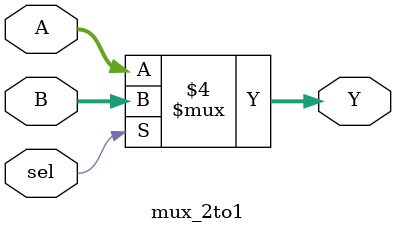
<source format=v>
/**********************************************************************
 * Date: Aug. 15, 2006
 * File: Mux_2_to_1b.v   (440 Examples)
 *
 * Behavioral Model of a  2 to 1 MUX (16-bit inputs) 
 **********************************************************************/
//*********************************************************
  module mux_2to1(Y, A, B, sel);
//*********************************************************
     output [15:0] Y;
     input  [15:0] A, B;
     input  sel;
     reg    [15:0] Y;
     always @(A or B or sel) 
       if (sel == 1'b0) 
         Y = A;
       else 
         Y = B;
  endmodule

</source>
